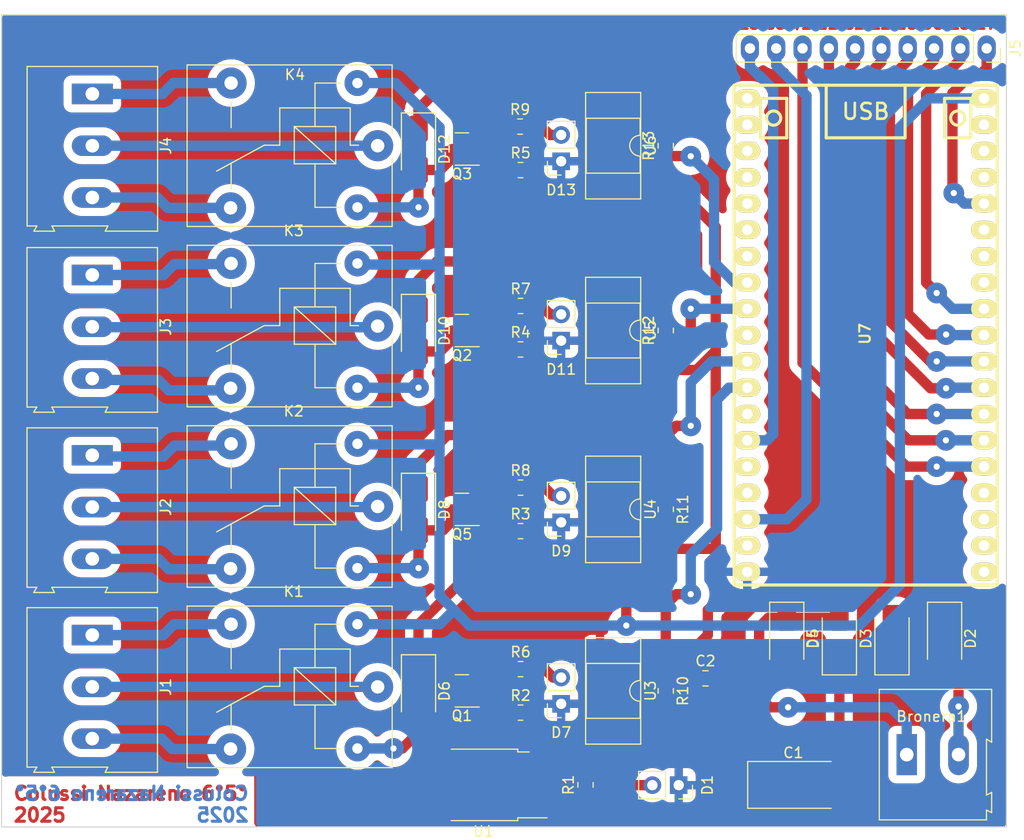
<source format=kicad_pcb>
(kicad_pcb (version 20221018) (generator pcbnew)
  (layers (0 "F.Cu" signal) (31 "B.Cu" signal) (34 "B.Paste" user) (35 "F.Paste" user) (36 "B.SilkS" user "B.Silkscreen") (37 "F.SilkS" user "F.Silkscreen") (38 "B.Mask" user) (39 "F.Mask" user) (44 "Edge.Cuts" user))
  (net 0 "")
  (net 1 "Net-(D1-A)")
  (net 2 "+5V")
  (net 3 "Net-(Q5-B)")
  (net 4 "Net-(Q5-E)")
  (net 5 "GPIO32")
  (net 6 "GPIO33")
  (net 7 "Net-(D3-K)")
  (net 8 "Net-(Bronera1-Pin_1)")
  (net 9 "Net-(Bronera1-Pin_2)")
  (net 10 "Net-(D6-A)")
  (net 11 "Net-(D7-A)")
  (net 12 "Net-(D8-A)")
  (net 13 "Net-(D9-A)")
  (net 14 "Net-(D10-A)")
  (net 15 "Net-(D11-A)")
  (net 16 "Net-(D12-A)")
  (net 17 "Net-(D13-A)")
  (net 18 "NO1")
  (net 19 "COM1")
  (net 20 "NC1")
  (net 21 "NO2")
  (net 22 "COM2")
  (net 23 "NC2")
  (net 24 "NO3")
  (net 25 "COM3")
  (net 26 "NC3")
  (net 27 "NO4")
  (net 28 "COM4")
  (net 29 "NC4")
  (net 30 "Net-(R2-Pad2)")
  (net 31 "Net-(R3-Pad2)")
  (net 32 "Net-(R4-Pad2)")
  (net 33 "Net-(R5-Pad2)")
  (net 34 "Net-(R10-Pad2)")
  (net 35 "Net-(R11-Pad2)")
  (net 36 "Net-(R12-Pad2)")
  (net 37 "Net-(R13-Pad2)")
  (net 38 "GND")
  (net 39 "Net-(Q1-B)")
  (net 40 "Net-(Q1-E)")
  (net 41 "Net-(Q2-B)")
  (net 42 "Net-(Q2-E)")
  (net 43 "Net-(Q3-B)")
  (net 44 "Net-(Q3-E)")
  (net 45 "GPIO19")
  (net 46 "GPIO18")
  (net 51 "GPIO13")
  (net 52 "GPIO27")
  (net 53 "GPIO26")
  (net 54 "GPIO25")
  (net 55 "GPIO35")
  (net 59 "GPIO34")
  (net 73 "GPIO21")
  (net 74 "GPIO22")
  (net 75 "GPIO23")
  (net 76 "GPIO5")
  (net 77 "GPIO17")
  (net 78 "GPIO16")
  (footprint "Diode_SMD:D_SMA" (layer "F.Cu") (at 118.872 81.883 -90)
    (fp_text reference "D2")
    (fp_text value "D")
  )
  (footprint "Package_DIP:DIP-4_W7.62mm_SMDSocket_SmallPads" (layer "F.Cu") (at 86.868 69.408 -90)
    (fp_text reference "U4")
    (fp_text value "PC817")
  )
  (footprint "Resistor_SMD:R_0805_2012Metric_Pad1.20x1.40mm_HandSolder" (layer "F.Cu") (at 91.948 69.408 -90)
    (fp_text reference "R11")
    (fp_text value "330")
  )
  (footprint "Resistor_SMD:R_0805_2012Metric_Pad1.20x1.40mm_HandSolder" (layer "F.Cu") (at 77.928166 67.308)
    (fp_text reference "R8")
    (fp_text value "330")
  )
  (footprint "Package_TO_SOT_SMD:SOT-23" (layer "F.Cu") (at 72.263 52.136 180)
    (fp_text reference "Q2")
    (fp_text value "BC817")
  )
  (footprint "Package_TO_SOT_SMD:TO-252-2" (layer "F.Cu") (at 74.344 96.012 180)
    (fp_text reference "U1")
    (fp_text value "LM78M05_TO220")
  )
  (footprint "Diode_SMD:D_SMA" (layer "F.Cu") (at 68.072 86.9565 -90)
    (fp_text reference "D6")
    (fp_text value "D")
  )
  (footprint "Capacitor_Tantalum_SMD:CP_EIA-7343-15_Kemet-W" (layer "F.Cu") (at 104.267 96.012)
    (fp_text reference "C1")
    (fp_text value "C_Polarized_US")
  )
  (footprint "TerminalBlock:TerminalBlock_Altech_AK300-3_P5.00mm" (layer "F.Cu") (at 36.566 81.546 -90)
    (fp_text reference "J1")
    (fp_text value "SalidaRele1")
  )
  (footprint "Relay_THT:Relay_SPDT_SANYOU_SRD_Series_Form_C" (layer "F.Cu") (at 64.126 34.29 180)
    (fp_text reference "K4")
    (fp_text value "RELAY_C")
  )
  (footprint "Resistor_SMD:R_0805_2012Metric_Pad1.20x1.40mm_HandSolder" (layer "F.Cu") (at 77.928166 36.644)
    (fp_text reference "R5")
    (fp_text value "1k")
  )
  (footprint "Relay_THT:Relay_SPDT_SANYOU_SRD_Series_Form_C" (layer "F.Cu") (at 64.126 51.708666 180)
    (fp_text reference "K3")
    (fp_text value "RELAY_C")
  )
  (footprint "Connector_PinSocket_2.54mm:PinSocket_1x02_P2.54mm_Vertical" (layer "F.Cu") (at 81.848166 35.794 180)
    (fp_text reference "D13")
    (fp_text value "LED")
  )
  (footprint "Package_DIP:DIP-4_W7.62mm_SMDSocket_SmallPads" (layer "F.Cu") (at 86.868 52.136 -90)
    (fp_text reference "U5")
    (fp_text value "PC817")
  )
  (footprint "Connector_PinSocket_2.54mm:PinSocket_1x02_P2.54mm_Vertical" (layer "F.Cu") (at 81.848166 70.658 180)
    (fp_text reference "D9")
    (fp_text value "LED")
  )
  (footprint "Package_TO_SOT_SMD:SOT-23" (layer "F.Cu") (at 72.263 69.408 180)
    (fp_text reference "Q5")
    (fp_text value "BC817")
  )
  (footprint "Connector_PinSocket_2.54mm:PinSocket_1x10_P2.54mm_Vertical" (layer "F.Cu") (at 122.936 24.892 -90)
    (fp_text reference "J5")
    (fp_text value "Conn_01x10")
  )
  (footprint "TerminalBlock:TerminalBlock_Altech_AK300-3_P5.00mm" (layer "F.Cu") (at 36.576 29.29 -90)
    (fp_text reference "J4")
    (fp_text value "SalidaRele4")
  )
  (footprint "Resistor_SMD:R_0805_2012Metric_Pad1.20x1.40mm_HandSolder" (layer "F.Cu") (at 77.928166 71.508)
    (fp_text reference "R3")
    (fp_text value "1k")
  )
  (footprint "Resistor_SMD:R_0805_2012Metric_Pad1.20x1.40mm_HandSolder" (layer "F.Cu") (at 77.928166 89.034)
    (fp_text reference "R2")
    (fp_text value "1k")
  )
  (footprint "Connector_PinSocket_2.54mm:PinSocket_1x02_P2.54mm_Vertical" (layer "F.Cu") (at 81.848166 53.116 180)
    (fp_text reference "D11")
    (fp_text value "LED")
  )
  (footprint "Connector_PinSocket_2.54mm:PinSocket_1x02_P2.54mm_Vertical" (layer "F.Cu") (at 81.848166 88.184 180)
    (fp_text reference "D7")
    (fp_text value "LED")
  )
  (footprint "Diode_SMD:D_SMA" (layer "F.Cu") (at 113.792 81.883 90)
    (fp_text reference "D3")
    (fp_text value "D")
  )
  (footprint "Diode_SMD:D_SMA" (layer "F.Cu") (at 103.632 81.883 -90)
    (fp_text reference "D5")
    (fp_text value "D")
  )
  (footprint "Resistor_SMD:R_0805_2012Metric_Pad1.20x1.40mm_HandSolder" (layer "F.Cu") (at 84.201 96.012 90)
    (fp_text reference "R1")
    (fp_text value "220")
  )
  (footprint "Package_DIP:DIP-4_W7.62mm_SMDSocket_SmallPads" (layer "F.Cu") (at 86.868 34.29 -90)
    (fp_text reference "U6")
    (fp_text value "PC817")
  )
  (footprint "Resistor_SMD:R_0805_2012Metric_Pad1.20x1.40mm_HandSolder" (layer "F.Cu") (at 77.928166 49.766)
    (fp_text reference "R7")
    (fp_text value "330")
  )
  (footprint "EESTN5:ESP32S" (layer "F.Cu") (at 111.252 52.578 90)
    (fp_text reference "U7")
    (fp_text value "ESP32_DEVKITC" hide)
  )
  (footprint "Resistor_SMD:R_0805_2012Metric_Pad1.20x1.40mm_HandSolder" (layer "F.Cu") (at 91.948 34.29 90)
    (fp_text reference "R13")
    (fp_text value "330")
  )
  (footprint "Relay_THT:Relay_SPDT_SANYOU_SRD_Series_Form_C" (layer "F.Cu") (at 64.126 86.546 180)
    (fp_text reference "K1")
    (fp_text value "RELAY_C")
  )
  (footprint "Diode_SMD:D_SMA" (layer "F.Cu") (at 68.072 34.6325 -90)
    (fp_text reference "D12")
    (fp_text value "D")
  )
  (footprint "Diode_SMD:D_SMA" (layer "F.Cu") (at 68.072 52.1585 -90)
    (fp_text reference "D10")
    (fp_text value "D")
  )
  (footprint "TerminalBlock:TerminalBlock_Altech_AK300-3_P5.00mm" (layer "F.Cu") (at 36.566 64.184 -90)
    (fp_text reference "J2")
    (fp_text value "SalidaRele2")
  )
  (footprint "TerminalBlock:TerminalBlock_Altech_AK300-3_P5.00mm" (layer "F.Cu") (at 36.566 46.775 -90)
    (fp_text reference "J3")
    (fp_text value "SalidaRele3")
  )
  (footprint "Package_DIP:DIP-4_W7.62mm_SMDSocket_SmallPads" (layer "F.Cu") (at 86.868 86.934 -90)
    (fp_text reference "U3")
    (fp_text value "PC817")
  )
  (footprint "Resistor_SMD:R_0805_2012Metric_Pad1.20x1.40mm_HandSolder" (layer "F.Cu") (at 91.948 86.934 -90)
    (fp_text reference "R10")
    (fp_text value "330")
  )
  (footprint "TerminalBlock:TerminalBlock_Altech_AK300-2_P5.00mm" (layer "F.Cu") (at 115.218 93.091)
    (fp_text reference "Bronera1")
    (fp_text value "9v")
  )
  (footprint "Relay_THT:Relay_SPDT_SANYOU_SRD_Series_Form_C" (layer "F.Cu") (at 64.126 69.127332 180)
    (fp_text reference "K2")
    (fp_text value "RELAY_C")
  )
  (footprint "Resistor_SMD:R_0805_2012Metric_Pad1.20x1.40mm_HandSolder" (layer "F.Cu") (at 77.928166 84.834)
    (fp_text reference "R6")
    (fp_text value "330")
  )
  (footprint "Resistor_SMD:R_0805_2012Metric_Pad1.20x1.40mm_HandSolder" (layer "F.Cu") (at 77.928166 53.966)
    (fp_text reference "R4")
    (fp_text value "1k")
  )
  (footprint "Diode_SMD:D_SMA" (layer "F.Cu") (at 68.072 69.4305 -90)
    (fp_text reference "D8")
    (fp_text value "D")
  )
  (footprint "Package_TO_SOT_SMD:SOT-23" (layer "F.Cu") (at 72.263 34.61 180)
    (fp_text reference "Q3")
    (fp_text value "BC817")
  )
  (footprint "Diode_SMD:D_SMA" (layer "F.Cu") (at 108.712 81.883 90)
    (fp_text reference "D4")
    (fp_text value "D")
  )
  (footprint "Connector_PinSocket_2.54mm:PinSocket_1x02_P2.54mm_Vertical" (layer "F.Cu") (at 93.198 96.037 -90)
    (fp_text reference "D1")
    (fp_text value "LED")
  )
  (footprint "Package_TO_SOT_SMD:SOT-23" (layer "F.Cu") (at 72.263 86.934 180)
    (fp_text reference "Q1")
    (fp_text value "BC817")
  )
  (footprint "Resistor_SMD:R_0805_2012Metric_Pad1.20x1.40mm_HandSolder" (layer "F.Cu") (at 77.878333 32.444)
    (fp_text reference "R9")
    (fp_text value "330")
  )
  (footprint "Resistor_SMD:R_0805_2012Metric_Pad1.20x1.40mm_HandSolder" (layer "F.Cu") (at 91.948 52.136 90)
    (fp_text reference "R12")
    (fp_text value "330")
  )
  (footprint "Capacitor_SMD:C_0805_2012Metric_Pad1.18x1.45mm_HandSolder" (layer "F.Cu") (at 95.7795 85.725)
    (fp_text reference "C2")
    (fp_text value "C")
  )
  (gr_rect (start 27.813 21.654) (end 124.841 100.076) (stroke (width 0.1)) (fill none) (layer "Edge.Cuts"))
  (gr_text "23" (at 101.092 21.844 180) (layer "F.Cu") (effects (font (size 1 1) (thickness 0.25) bold) (justify left bottom)))
  (gr_text "NC" (at 28.067 54.939286 -90) (layer "F.Cu") (effects (font (size 1.5 1.5) (thickness 0.3) bold) (justify left bottom)))
  (gr_text "NO" (at 28.067 27.418571 -90) (layer "F.Cu") (effects (font (size 1.5 1.5) (thickness 0.3) bold) (justify left bottom)))
  (gr_text "25" (at 116.332 21.844 180) (layer "F.Cu") (effects (font (size 1 1) (thickness 0.25) bold) (justify left bottom)))
  (gr_text "Colussi Nazareno 6°5°\n2025" (at 28.829 99.695) (layer "F.Cu") (effects (font (size 1.3 1.3) (thickness 0.3) bold) (justify left bottom)))
  (gr_text "33" (at 113.792 21.844 180) (layer "F.Cu") (effects (font (size 1 1) (thickness 0.25) bold) (justify left bottom)))
  (gr_text "COM" (at 28.067 66.491143 -90) (layer "F.Cu") (effects (font (size 1.5 1.5) (thickness 0.3) bold) (justify left bottom)))
  (gr_text "NC" (at 28.067 37.454286 -90) (layer "F.Cu") (effects (font (size 1.5 1.5) (thickness 0.3) bold) (justify left bottom)))
  (gr_text "26" (at 118.872 21.844 180) (layer "F.Cu") (effects (font (size 1 1) (thickness 0.25) bold) (justify left bottom)))
  (gr_text "NC" (at 28.067 72.348286 -90) (layer "F.Cu") (effects (font (size 1.5 1.5) (thickness 0.3) bold) (justify left bottom)))
  (gr_text "13" (at 123.952 21.844 180) (layer "F.Cu") (effects (font (size 1 1) (thickness 0.25) bold) (justify left bottom)))
  (gr_text "35" (at 108.712 21.844 180) (layer "F.Cu") (effects (font (size 1 1) (thickness 0.25) bold) (justify left bottom)))
  (gr_text "32" (at 111.252 21.844 180) (layer "F.Cu") (effects (font (size 1 1) (thickness 0.25) bold) (justify left bottom)))
  (gr_text "COM" (at 28.067 49.082143 -90) (layer "F.Cu") (effects (font (size 1.5 1.5) (thickness 0.3) bold) (justify left bottom)))
  (gr_text "NO" (at 28.067 79.674571 -90) (layer "F.Cu") (effects (font (size 1.5 1.5) (thickness 0.3) bold) (justify left bottom)))
  (gr_text "NC" (at 28.067 89.710286 -90) (layer "F.Cu") (effects (font (size 1.5 1.5) (thickness 0.3) bold) (justify left bottom)))
  (gr_text "NO" (at 28.067 44.903571 -90) (layer "F.Cu") (effects (font (size 1.5 1.5) (thickness 0.3) bold) (justify left bottom)))
  (gr_text "NO" (at 28.067 62.312571 -90) (layer "F.Cu") (effects (font (size 1.5 1.5) (thickness 0.3) bold) (justify left bottom)))
  (gr_text "22" (at 103.632 21.844 180) (layer "F.Cu") (effects (font (size 1 1) (thickness 0.25) bold) (justify left bottom)))
  (gr_text "27" (at 121.412 21.844 180) (layer "F.Cu") (effects (font (size 1 1) (thickness 0.25) bold) (justify left bottom)))
  (gr_text "COM" (at 28.067 83.853143 -90) (layer "F.Cu") (effects (font (size 1.5 1.5) (thickness 0.3) bold) (justify left bottom)))
  (gr_text "COM" (at 28.067 31.597143 -90) (layer "F.Cu") (effects (font (size 1.5 1.5) (thickness 0.3) bold) (justify left bottom)))
  (gr_text "34" (at 106.172 21.844 180) (layer "F.Cu") (effects (font (size 1 1) (thickness 0.25) bold) (justify left bottom)))
  (gr_text "Colussi Nazareno 6°5°\n2025" (at 51.816 99.695) (layer "B.Cu") (effects (font (size 1.3 1.3) (thickness 0.3) bold) (justify left bottom mirror)))
  (segment (start 87.265 97.012) (end 84.201 97.012) (width 1) (layer "F.Cu") (net 1))
  (segment (start 90.658 96.037) (end 88.24 96.037) (width 1) (layer "F.Cu") (net 1))
  (segment (start 88.24 96.037) (end 87.265 97.012) (width 1) (layer "F.Cu") (net 1))
  (segment (start 86.378 32.53) (end 84.280232 32.53) (width 1) (layer "F.Cu") (net 2))
  (segment (start 81.032 93.732) (end 79.384 93.732) (width 1) (layer "F.Cu") (net 2))
  (segment (start 96.774 42.164) (end 92.71 38.1) (width 1) (layer "F.Cu") (net 2))
  (segment (start 68.072 65.024) (end 70.866 62.23) (width 1) (layer "F.Cu") (net 2))
  (segment (start 81.087232 29.337) (end 76.962 29.337) (width 1) (layer "F.Cu") (net 2))
  (segment (start 94.742 82.804) (end 96.012 81.534) (width 1) (layer "F.Cu") (net 2))
  (segment (start 70.866 62.23) (end 86.106 62.23) (width 1) (layer "F.Cu") (net 2))
  (segment (start 68.072 30.734) (end 69.469 29.337) (width 1) (layer "F.Cu") (net 2))
  (segment (start 86.106 62.23) (end 88.138 60.198) (width 1) (layer "F.Cu") (net 2))
  (segment (start 68.072 32.6325) (end 68.072 30.734) (width 1) (layer "F.Cu") (net 2))
  (segment (start 94.742 88.061322) (end 94.742 82.804) (width 1) (layer "F.Cu") (net 2))
  (segment (start 68.072 50.1585) (end 68.072 47.244) (width 1) (layer "F.Cu") (net 2))
  (segment (start 70.993 77.597) (end 71.882 76.708) (width 1) (layer "F.Cu") (net 2))
  (segment (start 78.878333 44.069) (end 78.878333 41.93) (width 1) (layer "F.Cu") (net 2))
  (segment (start 96.012 81.534) (end 96.012 79.127981) (width 1) (layer "F.Cu") (net 2))
  (segment (start 88.138 80.624) (end 88.138 76.708) (width 1) (layer "F.Cu") (net 2))
  (segment (start 96.774 78.365981) (end 96.774 73.462) (width 1) (layer "F.Cu") (net 2))
  (segment (start 78.878333 41.93) (end 86.467 41.93) (width 1) (layer "F.Cu") (net 2))
  (segment (start 88.138 38.1) (end 88.138 34.29) (width 1) (layer "F.Cu") (net 2))
  (segment (start 71.882 76.708) (end 88.138 76.708) (width 1) (layer "F.Cu") (net 2))
  (segment (start 92.71 38.1) (end 88.138 38.1) (width 1) (layer "F.Cu") (net 2))
  (segment (start 88.138 76.708) (end 88.138 73.218) (width 1) (layer "F.Cu") (net 2))
  (segment (start 96.774 73.406) (end 96.774 54.102) (width 1) (layer "F.Cu") (net 2))
  (segment (start 76.878333 29.253333) (end 76.962 29.337) (width 1) (layer "F.Cu") (net 2))
  (segment (start 69.85 45.466) (end 77.481333 45.466) (width 1) (layer "F.Cu") (net 2))
  (segment (start 88.138 55.946) (end 94.93 55.946) (width 1) (layer "F.Cu") (net 2))
  (segment (start 96.012 79.127981) (end 96.774 78.365981) (width 1) (layer "F.Cu") (net 2))
  (segment (start 88.138 34.29) (end 86.378 32.53) (width 1) (layer "F.Cu") (net 2))
  (segment (start 88.138 90.744) (end 92.059322 90.744) (width 1) (layer "F.Cu") (net 2))
  (segment (start 96.53 73.218) (end 88.138 73.218) (width 1) (layer "F.Cu") (net 2))
  (segment (start 68.072 47.244) (end 69.85 45.466) (width 1) (layer "F.Cu") (net 2))
  (segment (start 82.312 95.012) (end 81.032 93.732) (width 1) (layer "F.Cu") (net 2))
  (segment (start 86.790126 95.012) (end 88.138 93.664126) (width 1) (layer "F.Cu") (net 2))
  (segment (start 84.201 95.012) (end 86.790126 95.012) (width 1) (layer "F.Cu") (net 2))
  (segment (start 84.201 95.012) (end 82.312 95.012) (width 1) (layer "F.Cu") (net 2))
  (segment (start 68.072 67.4305) (end 68.072 65.024) (width 1) (layer "F.Cu") (net 2))
  (segment (start 88.138 93.664126) (end 88.138 90.744) (width 1) (layer "F.Cu") (net 2))
  (segment (start 88.138 40.259) (end 88.138 38.1) (width 1) (layer "F.Cu") (net 2))
  (segment (start 76.962 29.337) (end 69.469 29.337) (width 1) (layer "F.Cu") (net 2))
  (segment (start 86.467 41.93) (end 88.138 40.259) (width 1) (layer "F.Cu") (net 2))
  (segment (start 92.059322 90.744) (end 94.742 88.061322) (width 1) (layer "F.Cu") (net 2))
  (segment (start 88.138 60.198) (end 88.138 55.946) (width 1) (layer "F.Cu") (net 2))
  (segment (start 96.774 54.102) (end 96.774 42.164) (width 1) (layer "F.Cu") (net 2))
  (segment (start 68.072 80.518) (end 70.993 77.597) (width 1) (layer "F.Cu") (net 2))
  (segment (start 68.072 84.9565) (end 68.072 80.518) (width 1) (layer "F.Cu") (net 2))
  (segment (start 94.93 55.946) (end 96.774 54.102) (width 1) (layer "F.Cu") (net 2))
  (segment (start 77.481333 45.466) (end 78.878333 44.069) (width 1) (layer "F.Cu") (net 2))
  (segment (start 84.280232 32.53) (end 81.087232 29.337) (width 1) (layer "F.Cu") (net 2))
  (via (at 88.138 80.624) (size 2) (drill 0.6) (layers "F.Cu" "B.Cu") (net 2))
  (segment (start 70.104 62.992) (end 70.104 77.724) (width 1) (layer "B.Cu") (net 2))
  (segment (start 88.138 80.624) (end 110.638 80.624) (width 1) (layer "B.Cu") (net 2))
  (segment (start 117.348 29.718) (end 122.682 29.718) (width 1) (layer "B.Cu") (net 2))
  (segment (start 71.501 79.121) (end 73.004 80.624) (width 1) (layer "B.Cu") (net 2))
  (segment (start 73.004 80.624) (end 88.138 80.624) (width 1) (layer "B.Cu") (net 2))
  (segment (start 69.962 63.134) (end 70.104 62.992) (width 1) (layer "B.Cu") (net 2))
  (segment (start 114.554 76.708) (end 114.554 32.512) (width 1) (layer "B.Cu") (net 2))
  (segment (start 65.832 28.24) (end 70.104 32.512) (width 1) (layer "B.Cu") (net 2))
  (segment (start 70.104 77.724) (end 71.501 79.121) (width 1) (layer "B.Cu") (net 2))
  (segment (start 110.638 80.624) (end 114.554 76.708) (width 1) (layer "B.Cu") (net 2))
  (segment (start 62.176 80.496) (end 70.126 80.496) (width 1) (layer "B.Cu") (net 2))
  (segment (start 62.176 63.134) (end 69.962 63.134) (width 1) (layer "B.Cu") (net 2))
  (segment (start 62.176 45.766) (end 70.058 45.766) (width 1) (layer "B.Cu") (net 2))
  (segment (start 114.554 32.512) (end 117.348 29.718) (width 1) (layer "B.Cu") (net 2))
  (segment (start 70.104 45.72) (end 70.104 62.992) (width 1) (layer "B.Cu") (net 2))
  (segment (start 70.104 32.512) (end 70.104 45.72) (width 1) (layer "B.Cu") (net 2))
  (segment (start 62.176 28.24) (end 65.832 28.24) (width 1) (layer "B.Cu") (net 2))
  (segment (start 70.058 45.766) (end 70.104 45.72) (width 1) (layer "B.Cu") (net 2))
  (segment (start 70.126 80.496) (end 71.501 79.121) (width 1) (layer "B.Cu") (net 2))
  (segment (start 73.667 71.508) (end 76.928166 71.508) (width 1) (layer "F.Cu") (net 3))
  (segment (start 73.2005 70.358) (end 73.2005 71.0415) (width 1) (layer "F.Cu") (net 3))
  (segment (start 73.2005 71.0415) (end 73.667 71.508) (width 1) (layer "F.Cu") (net 3))
  (segment (start 73.2005 68.458) (end 73.2005 67.6425) (width 1) (layer "F.Cu") (net 4))
  (segment (start 73.2005 67.6425) (end 73.66 67.183) (width 1) (layer "F.Cu") (net 4))
  (segment (start 76.803166 67.183) (end 76.928166 67.308) (width 1) (layer "F.Cu") (net 4))
  (segment (start 73.66 67.183) (end 76.803166 67.183) (width 1) (layer "F.Cu") (net 4))
  (segment (start 115.316 60.198) (end 109.728 54.61) (width 1) (layer "F.Cu") (net 5))
  (segment (start 109.728 26.74163) (end 110.236 26.23363) (width 1) (layer "F.Cu") (net 5))
  (segment (start 110.236 26.23363) (end 110.236 24.892) (width 1) (layer "F.Cu") (net 5))
  (segment (start 118.11 60.198) (end 115.316 60.198) (width 1) (layer "F.Cu") (net 5))
  (segment (start 109.728 54.61) (end 109.728 26.74163) (width 1) (layer "F.Cu") (net 5))
  (via (at 118.11 60.198) (size 2) (drill 0.6) (layers "F.Cu" "B.Cu") (net 5))
  (segment (start 122.682 60.198) (end 118.11 60.198) (width 1) (layer "B.Cu") (net 5))
  (segment (start 111.844 52.033981) (end 111.844 27.100504) (width 1) (layer "F.Cu") (net 6))
  (segment (start 112.776 26.168504) (end 112.776 24.892) (width 1) (layer "F.Cu") (net 6))
  (segment (start 119.018299 57.713141) (end 117.52316 57.713141) (width 1) (layer "F.Cu") (net 6))
  (segment (start 111.844 27.100504) (end 112.776 26.168504) (width 1) (layer "F.Cu") (net 6))
  (segment (start 117.52316 57.713141) (end 111.844 52.033981) (width 1) (layer "F.Cu") (net 6))
  (via (at 119.018299 57.713141) (size 2) (drill 0.6) (layers "F.Cu" "B.Cu") (net 6))
  (segment (start 122.682 57.658) (end 119.07344 57.658) (width 1) (layer "B.Cu") (net 6))
  (segment (start 101.1545 97.4735) (end 101.1545 96.012) (width 1) (layer "F.Cu") (net 7))
  (segment (start 108.712 83.883) (end 108.712 91.313) (width 1) (layer "F.Cu") (net 7))
  (segment (start 81.401 98.292) (end 82.296 99.187) (width 1) (layer "F.Cu") (net 7))
  (segment (start 99.441 99.187) (end 101.1545 97.4735) (width 1) (layer "F.Cu") (net 7))
  (segment (start 101.1545 93.5365) (end 101.1545 96.012) (width 1) (layer "F.Cu") (net 7))
  (segment (start 82.296 99.187) (end 99.441 99.187) (width 1) (layer "F.Cu") (net 7))
  (segment (start 107.315 92.71) (end 101.981 92.71) (width 1) (layer "F.Cu") (net 7))
  (segment (start 79.384 98.292) (end 81.401 98.292) (width 1) (layer "F.Cu") (net 7))
  (segment (start 108.712 91.313) (end 107.315 92.71) (width 1) (layer "F.Cu") (net 7))
  (segment (start 113.792 83.883) (end 108.712 83.883) (width 1) (layer "F.Cu") (net 7))
  (segment (start 101.981 92.71) (end 101.1545 93.5365) (width 1) (layer "F.Cu") (net 7))
  (segment (start 101.854 79.883) (end 103.632 79.883) (width 1) (layer "F.Cu") (net 8))
  (segment (start 101.981 88.519) (end 100.965 87.503) (width 1) (layer "F.Cu") (net 8))
  (segment (start 100.965 80.772) (end 101.854 79.883) (width 1) (layer "F.Cu") (net 8))
  (segment (start 100.965 87.503) (end 100.965 80.772) (width 1) (layer "F.Cu") (net 8))
  (segment (start 103.632 79.883) (end 108.712 79.883) (width 1) (layer "F.Cu") (net 8))
  (segment (start 103.759 88.519) (end 101.981 88.519) (width 1) (layer "F.Cu") (net 8))
  (via (at 103.759 88.519) (size 2) (drill 0.6) (layers "F.Cu" "B.Cu") (net 8))
  (segment (start 113.665 88.519) (end 103.759 88.519) (width 1) (layer "B.Cu") (net 8))
  (segment (start 115.218 93.091) (end 115.218 90.072) (width 1) (layer "B.Cu") (net 8))
  (segment (start 115.218 90.072) (end 113.665 88.519) (width 1) (layer "B.Cu") (net 8))
  (segment (start 113.792 79.883) (end 118.872 79.883) (width 1) (layer "F.Cu") (net 9))
  (segment (start 121.022 82.033) (end 118.872 79.883) (width 1) (layer "F.Cu") (net 9))
  (segment (start 120.218 86.411) (end 121.022 85.607) (width 1) (layer "F.Cu") (net 9))
  (segment (start 121.022 85.607) (end 121.022 82.033) (width 1) (layer "F.Cu") (net 9))
  (segment (start 120.218 88.443) (end 120.218 86.411) (width 1) (layer "F.Cu") (net 9))
  (via (at 120.218 88.443) (size 2) (drill 0.6) (layers "F.Cu" "B.Cu") (net 9))
  (segment (start 120.218 88.443) (end 120.218 93.091) (width 1) (layer "B.Cu") (net 9))
  (segment (start 71.0635 88.9565) (end 68.072 88.9565) (width 1) (layer "F.Cu") (net 10))
  (segment (start 66.508 92.496) (end 65.659 92.496) (width 1) (layer "F.Cu") (net 10))
  (segment (start 71.900083 87.0465) (end 71.900083 88.119917) (width 1) (layer "F.Cu") (net 10))
  (segment (start 71.900083 88.119917) (end 71.0635 88.9565) (width 1) (layer "F.Cu") (net 10))
  (segment (start 72.012583 86.934) (end 71.900083 87.0465) (width 1) (layer "F.Cu") (net 10))
  (segment (start 68.072 88.9565) (end 68.072 90.932) (width 1) (layer "F.Cu") (net 10))
  (segment (start 68.072 90.932) (end 66.508 92.496) (width 1) (layer "F.Cu") (net 10))
  (via (at 65.659 92.496) (size 2) (drill 0.6) (layers "F.Cu" "B.Cu") (net 10))
  (segment (start 62.176 92.496) (end 65.659 92.496) (width 1) (layer "B.Cu") (net 10))
  (segment (start 80.262 84.834) (end 78.928166 84.834) (width 1) (layer "F.Cu") (net 11))
  (segment (start 81.848166 85.644) (end 81.072 85.644) (width 1) (layer "F.Cu") (net 11))
  (segment (start 81.072 85.644) (end 80.262 84.834) (width 1) (layer "F.Cu") (net 11))
  (segment (start 71.213 69.5205) (end 71.213 70.646) (width 1) (layer "F.Cu") (net 12))
  (segment (start 71.213 70.646) (end 70.4285 71.4305) (width 1) (layer "F.Cu") (net 12))
  (segment (start 70.4285 71.4305) (end 68.072 71.4305) (width 1) (layer "F.Cu") (net 12))
  (segment (start 71.3255 69.408) (end 71.213 69.5205) (width 1) (layer "F.Cu") (net 12))
  (segment (start 68.072 71.4305) (end 68.072 75.077332) (width 1) (layer "F.Cu") (net 12))
  (via (at 68.072 75.077332) (size 2) (drill 0.6) (layers "F.Cu" "B.Cu") (net 12))
  (segment (start 62.176 75.077332) (end 68.072 75.077332) (width 1) (layer "B.Cu") (net 12))
  (segment (start 81.848166 68.118) (end 81.072 68.118) (width 1) (layer "F.Cu") (net 13))
  (segment (start 81.072 68.118) (end 80.262 67.308) (width 1) (layer "F.Cu") (net 13))
  (segment (start 80.262 67.308) (end 78.928166 67.308) (width 1) (layer "F.Cu") (net 13))
  (segment (start 70.1745 54.1585) (end 68.072 54.1585) (width 1) (layer "F.Cu") (net 14))
  (segment (start 71.213 52.2485) (end 71.213 53.12) (width 1) (layer "F.Cu") (net 14))
  (segment (start 71.213 53.12) (end 70.1745 54.1585) (width 1) (layer "F.Cu") (net 14))
  (segment (start 71.3255 52.136) (end 71.213 52.2485) (width 1) (layer "F.Cu") (net 14))
  (segment (start 68.072 57.658666) (end 68.072 54.1585) (width 1) (layer "F.Cu") (net 14))
  (via (at 68.072 57.658666) (size 2) (drill 0.6) (layers "F.Cu" "B.Cu") (net 14))
  (segment (start 62.176 57.658666) (end 68.072 57.658666) (width 1) (layer "B.Cu") (net 14))
  (segment (start 81.848166 50.576) (end 80.772 50.576) (width 1) (layer "F.Cu") (net 15))
  (segment (start 79.962 49.766) (end 78.928166 49.766) (width 1) (layer "F.Cu") (net 15))
  (segment (start 80.772 50.576) (end 79.962 49.766) (width 1) (layer "F.Cu") (net 15))
  (segment (start 70.1745 36.6325) (end 68.072 36.6325) (width 1) (layer "F.Cu") (net 16))
  (segment (start 71.3255 34.61) (end 71.213 34.7225) (width 1) (layer "F.Cu") (net 16))
  (segment (start 68.072 40.24) (end 68.072 36.6325) (width 1) (layer "F.Cu") (net 16))
  (segment (start 71.213 35.594) (end 70.1745 36.6325) (width 1) (layer "F.Cu") (net 16))
  (segment (start 71.213 34.7225) (end 71.213 35.594) (width 1) (layer "F.Cu") (net 16))
  (via (at 68.072 40.24) (size 2) (drill 0.6) (layers "F.Cu" "B.Cu") (net 16))
  (segment (start 62.176 40.24) (end 68.072 40.24) (width 1) (layer "B.Cu") (net 16))
  (segment (start 81.848166 33.254) (end 80.752 33.254) (width 1) (layer "F.Cu") (net 17))
  (segment (start 79.942 32.444) (end 78.878333 32.444) (width 1) (layer "F.Cu") (net 17))
  (segment (start 80.752 33.254) (end 79.942 32.444) (width 1) (layer "F.Cu") (net 17))
  (segment (start 43.422 81.546) (end 44.472 80.496) (width 1) (layer "B.Cu") (net 18))
  (segment (start 36.566 81.546) (end 43.422 81.546) (width 1) (layer "B.Cu") (net 18))
  (segment (start 44.472 80.496) (end 49.976 80.496) (width 1) (layer "B.Cu") (net 18))
  (segment (start 64.126 86.546) (end 36.566 86.546) (width 1) (layer "B.Cu") (net 19))
  (segment (start 44.286 92.546) (end 49.926 92.546) (width 1) (layer "B.Cu") (net 20))
  (segment (start 36.566 91.546) (end 43.286 91.546) (width 1) (layer "B.Cu") (net 20))
  (segment (start 43.286 91.546) (end 44.286 92.546) (width 1) (layer "B.Cu") (net 20))
  (segment (start 44.492 63.246) (end 49.996 63.246) (width 1) (layer "B.Cu") (net 21))
  (segment (start 43.442 64.296) (end 44.492 63.246) (width 1) (layer "B.Cu") (net 21))
  (segment (start 36.586 64.296) (end 43.442 64.296) (width 1) (layer "B.Cu") (net 21))
  (segment (start 64.126 69.184) (end 36.566 69.184) (width 1) (layer "B.Cu") (net 22))
  (segment (start 43.95 75.184) (end 50.03 75.184) (width 1) (layer "B.Cu") (net 23))
  (segment (start 36.68 74.184) (end 42.95 74.184) (width 1) (layer "B.Cu") (net 23))
  (segment (start 42.95 74.184) (end 43.95 75.184) (width 1) (layer "B.Cu") (net 23))
  (segment (start 36.586 46.77) (end 43.442 46.77) (width 1) (layer "B.Cu") (net 24))
  (segment (start 43.442 46.77) (end 44.492 45.72) (width 1) (layer "B.Cu") (net 24))
  (segment (start 44.492 45.72) (end 49.996 45.72) (width 1) (layer "B.Cu") (net 24))
  (segment (start 64.126 51.816) (end 36.607 51.816) (width 1) (layer "B.Cu") (net 25))
  (segment (start 36.607 51.816) (end 36.566 51.775) (width 1) (layer "B.Cu") (net 25))
  (segment (start 64.085 51.775) (end 64.126 51.816) (width 1) (layer "B.Cu") (net 25))
  (segment (start 36.68 56.912) (end 42.95 56.912) (width 1) (layer "B.Cu") (net 26))
  (segment (start 43.95 57.912) (end 50.03 57.912) (width 1) (layer "B.Cu") (net 26))
  (segment (start 42.95 56.912) (end 43.95 57.912) (width 1) (layer "B.Cu") (net 26))
  (segment (start 36.576 29.29) (end 43.354 29.29) (width 1) (layer "B.Cu") (net 27))
  (segment (start 44.404 28.24) (end 49.976 28.24) (width 1) (layer "B.Cu") (net 27))
  (segment (start 43.354 29.29) (end 44.404 28.24) (width 1) (layer "B.Cu") (net 27))
  (segment (start 64.126 34.29) (end 36.576 34.29) (width 1) (layer "B.Cu") (net 28))
  (segment (start 36.576 39.29) (end 42.846 39.29) (width 1) (layer "B.Cu") (net 29))
  (segment (start 42.846 39.29) (end 43.846 40.29) (width 1) (layer "B.Cu") (net 29))
  (segment (start 43.846 40.29) (end 49.926 40.29) (width 1) (layer "B.Cu") (net 29))
  (segment (start 78.928166 90.358166) (end 79.314 90.744) (width 1) (layer "F.Cu") (net 30))
  (segment (start 79.314 90.744) (end 85.598 90.744) (width 1) (layer "F.Cu") (net 30))
  (segment (start 78.928166 89.034) (end 78.928166 90.358166) (width 1) (layer "F.Cu") (net 30))
  (segment (start 79.568 73.218) (end 85.598 73.218) (width 1) (layer "F.Cu") (net 31))
  (segment (start 78.928166 71.508) (end 78.928166 72.578166) (width 1) (layer "F.Cu") (net 31))
  (segment (start 78.928166 72.578166) (end 79.568 73.218) (width 1) (layer "F.Cu") (net 31))
  (segment (start 79.568 55.946) (end 85.598 55.946) (width 1) (layer "F.Cu") (net 32))
  (segment (start 78.928166 55.306166) (end 79.568 55.946) (width 1) (layer "F.Cu") (net 32))
  (segment (start 78.928166 53.966) (end 78.928166 55.306166) (width 1) (layer "F.Cu") (net 32))
  (segment (start 79.502 38.1) (end 78.928166 37.526166) (width 1) (layer "F.Cu") (net 33))
  (segment (start 78.928166 37.526166) (end 78.928166 36.51) (width 1) (layer "F.Cu") (net 33))
  (segment (start 85.598 38.1) (end 79.502 38.1) (width 1) (layer "F.Cu") (net 33))
  (segment (start 88.138 86.614) (end 88.138 83.124) (width 1) (layer "F.Cu") (net 34))
  (segment (start 89.458 87.934) (end 88.138 86.614) (width 1) (layer "F.Cu") (net 34))
  (segment (start 91.948 87.934) (end 89.458 87.934) (width 1) (layer "F.Cu") (net 34))
  (segment (start 88.138 68.58) (end 89.966 70.408) (width 1) (layer "F.Cu") (net 35))
  (segment (start 88.138 65.598) (end 88.138 68.58) (width 1) (layer "F.Cu") (net 35))
  (segment (start 89.966 70.408) (end 91.948 70.408) (width 1) (layer "F.Cu") (net 35))
  (segment (start 90.612 48.326) (end 88.138 48.326) (width 1) (layer "F.Cu") (net 36))
  (segment (start 91.948 51.136) (end 91.948 49.662) (width 1) (layer "F.Cu") (net 36))
  (segment (start 91.948 49.662) (end 90.612 48.326) (width 1) (layer "F.Cu") (net 36))
  (segment (start 88.138 30.48) (end 90.932 30.48) (width 1) (layer "F.Cu") (net 37))
  (segment (start 90.932 30.48) (end 91.948 31.496) (width 1) (layer "F.Cu") (net 37))
  (segment (start 91.948 31.496) (end 91.948 33.29) (width 1) (layer "F.Cu") (net 37))
  (segment (start 74.302 89.034) (end 76.928166 89.034) (width 1) (layer "F.Cu") (net 39))
  (segment (start 73.887583 87.884) (end 73.887583 88.619583) (width 1) (layer "F.Cu") (net 39))
  (segment (start 73.887583 88.619583) (end 74.302 89.034) (width 1) (layer "F.Cu") (net 39))
  (segment (start 73.887583 85.984) (end 73.887583 85.497417) (width 1) (layer "F.Cu") (net 40))
  (segment (start 73.887583 85.497417) (end 74.676 84.709) (width 1) (layer "F.Cu") (net 40))
  (segment (start 76.803166 84.709) (end 76.928166 84.834) (width 1) (layer "F.Cu") (net 40))
  (segment (start 74.676 84.709) (end 76.803166 84.709) (width 1) (layer "F.Cu") (net 40))
  (segment (start 73.2005 53.086) (end 74.0895 53.975) (width 1) (layer "F.Cu") (net 41))
  (segment (start 74.0895 53.975) (end 76.919166 53.975) (width 1) (layer "F.Cu") (net 41))
  (segment (start 76.919166 53.975) (end 76.928166 53.966) (width 1) (layer "F.Cu") (net 41))
  (segment (start 73.2005 51.186) (end 73.2005 50.2435) (width 1) (layer "F.Cu") (net 42))
  (segment (start 73.2005 50.2435) (end 73.678 49.766) (width 1) (layer "F.Cu") (net 42))
  (segment (start 73.678 49.766) (end 76.928166 49.766) (width 1) (layer "F.Cu") (net 42))
  (segment (start 73.2005 35.56) (end 74.3435 36.703) (width 1) (layer "F.Cu") (net 43))
  (segment (start 74.3435 36.703) (end 76.869166 36.703) (width 1) (layer "F.Cu") (net 43))
  (segment (start 76.869166 36.703) (end 76.928166 36.644) (width 1) (layer "F.Cu") (net 43))
  (segment (start 73.728 32.444) (end 76.878333 32.444) (width 1) (layer "F.Cu") (net 44))
  (segment (start 73.2005 32.9715) (end 73.728 32.444) (width 1) (layer "F.Cu") (net 44))
  (segment (start 73.2005 33.66) (end 73.2005 32.9715) (width 1) (layer "F.Cu") (net 44))
  (segment (start 94.361 77.597) (end 92.964 77.597) (width 1) (layer "F.Cu") (net 45))
  (segment (start 91.948 78.613) (end 91.948 85.934) (width 1) (layer "F.Cu") (net 45))
  (segment (start 92.964 77.597) (end 91.948 78.613) (width 1) (layer "F.Cu") (net 45))
  (via (at 94.361 77.597) (size 2) (drill 0.6) (layers "F.Cu" "B.Cu") (net 45))
  (segment (start 94.361 73.787) (end 96.901 71.247) (width 1) (layer "B.Cu") (net 45))
  (segment (start 96.901 71.247) (end 96.901 58.801) (width 1) (layer "B.Cu") (net 45))
  (segment (start 96.901 58.801) (end 98.044 57.658) (width 1) (layer "B.Cu") (net 45))
  (segment (start 94.361 77.597) (end 94.361 73.787) (width 1) (layer "B.Cu") (net 45))
  (segment (start 98.044 57.658) (end 99.822 57.658) (width 1) (layer "B.Cu") (net 45))
  (segment (start 91.948 62.357) (end 91.948 68.408) (width 1) (layer "F.Cu") (net 46))
  (segment (start 92.964 61.341) (end 91.948 62.357) (width 1) (layer "F.Cu") (net 46))
  (segment (start 94.361 61.341) (end 92.964 61.341) (width 1) (layer "F.Cu") (net 46))
  (via (at 94.361 61.341) (size 2) (drill 0.6) (layers "F.Cu" "B.Cu") (net 46))
  (segment (start 96.393 55.118) (end 99.822 55.118) (width 1) (layer "B.Cu") (net 46))
  (segment (start 94.361 57.15) (end 96.393 55.118) (width 1) (layer "B.Cu") (net 46))
  (segment (start 94.361 61.341) (end 94.361 57.15) (width 1) (layer "B.Cu") (net 46))
  (segment (start 119.634 38.735) (end 119.634 29.21) (width 1) (layer "F.Cu") (net 51))
  (segment (start 119.761 38.862) (end 119.634 38.735) (width 1) (layer "F.Cu") (net 51))
  (segment (start 121.285 27.559) (end 122.174 27.559) (width 1) (layer "F.Cu") (net 51))
  (segment (start 122.174 27.559) (end 122.936 26.797) (width 1) (layer "F.Cu") (net 51))
  (segment (start 119.634 29.21) (end 121.285 27.559) (width 1) (layer "F.Cu") (net 51))
  (segment (start 122.936 26.797) (end 122.936 24.892) (width 1) (layer "F.Cu") (net 51))
  (via (at 119.761 38.862) (size 2) (drill 0.6) (layers "F.Cu" "B.Cu") (net 51))
  (segment (start 119.761 38.862) (end 120.777 39.878) (width 1) (layer "B.Cu") (net 51))
  (segment (start 120.777 39.878) (end 122.682 39.878) (width 1) (layer "B.Cu") (net 51))
  (segment (start 120.396 25.973126) (end 119.191126 27.178) (width 1) (layer "F.Cu") (net 52))
  (segment (start 119.191126 27.178) (end 117.094 29.275126) (width 1) (layer "F.Cu") (net 52))
  (segment (start 117.094 47.498) (end 117.983 48.387) (width 1) (layer "F.Cu") (net 52))
  (segment (start 117.094 29.275126) (end 117.094 47.498) (width 1) (layer "F.Cu") (net 52))
  (segment (start 120.396 24.892) (end 120.396 25.973126) (width 1) (layer "F.Cu") (net 52))
  (via (at 118.11 48.514) (size 2) (drill 0.6) (layers "F.Cu" "B.Cu") (net 52))
  (segment (start 119.634 50.038) (end 118.11 48.514) (width 1) (layer "B.Cu") (net 52))
  (segment (start 122.682 50.038) (end 119.634 50.038) (width 1) (layer "B.Cu") (net 52))
  (segment (start 115.344 28.550252) (end 117.856 26.038252) (width 1) (layer "F.Cu") (net 53))
  (segment (start 117.856 26.038252) (end 117.856 24.892) (width 1) (layer "F.Cu") (net 53))
  (segment (start 117.347752 52.522859) (end 115.344 50.519107) (width 1) (layer "F.Cu") (net 53))
  (segment (start 115.344 50.519107) (end 115.344 28.550252) (width 1) (layer "F.Cu") (net 53))
  (segment (start 119.018299 52.522859) (end 117.347752 52.522859) (width 1) (layer "F.Cu") (net 53))
  (via (at 119.018299 52.522859) (size 2) (drill 0.6) (layers "F.Cu" "B.Cu") (net 53))
  (segment (start 119.07344 52.578) (end 119.018299 52.522859) (width 1) (layer "B.Cu") (net 53))
  (segment (start 122.682 52.578) (end 119.07344 52.578) (width 1) (layer "B.Cu") (net 53))
  (segment (start 113.594 51.243981) (end 113.594 27.825378) (width 1) (layer "F.Cu") (net 54))
  (segment (start 117.468019 55.118) (end 113.594 51.243981) (width 1) (layer "F.Cu") (net 54))
  (segment (start 115.316 26.103378) (end 115.316 24.892) (width 1) (layer "F.Cu") (net 54))
  (segment (start 118.11 55.118) (end 117.468019 55.118) (width 1) (layer "F.Cu") (net 54))
  (segment (start 113.594 27.825378) (end 115.316 26.103378) (width 1) (layer "F.Cu") (net 54))
  (via (at 118.11 55.118) (size 2) (drill 0.6) (layers "F.Cu" "B.Cu") (net 54))
  (segment (start 122.682 55.118) (end 118.11 55.118) (width 1) (layer "B.Cu") (net 54))
  (segment (start 107.696 55.052874) (end 115.381126 62.738) (width 1) (layer "F.Cu") (net 55))
  (segment (start 107.696 24.892) (end 107.696 55.052874) (width 1) (layer "F.Cu") (net 55))
  (segment (start 115.381126 62.738) (end 118.999 62.738) (width 1) (layer "F.Cu") (net 55))
  (via (at 118.999 62.738) (size 2) (drill 0.6) (layers "F.Cu" "B.Cu") (net 55))
  (segment (start 122.682 62.738) (end 118.999 62.738) (width 1) (layer "B.Cu") (net 55))
  (segment (start 115.189 65.278) (end 118.11 65.278) (width 1) (layer "F.Cu") (net 59))
  (segment (start 105.156 24.892) (end 105.156 55.245) (width 1) (layer "F.Cu") (net 59))
  (segment (start 105.156 55.245) (end 115.189 65.278) (width 1) (layer "F.Cu") (net 59))
  (via (at 118.11 65.278) (size 2) (drill 0.6) (layers "F.Cu" "B.Cu") (net 59))
  (segment (start 122.682 65.278) (end 118.11 65.278) (width 1) (layer "B.Cu") (net 59))
  (segment (start 100.076 24.892) (end 100.076 26.67) (width 1) (layer "B.Cu") (net 73))
  (segment (start 100.999 27.593) (end 101.076751 27.593) (width 1) (layer "B.Cu") (net 73))
  (segment (start 101.076751 27.593) (end 102.320717 28.836966) (width 1) (layer "B.Cu") (net 73))
  (segment (start 101.727 62.738) (end 99.822 62.738) (width 1) (layer "B.Cu") (net 73))
  (segment (start 100.076 26.67) (end 100.999 27.593) (width 1) (layer "B.Cu") (net 73))
  (segment (start 102.320717 62.144283) (end 101.727 62.738) (width 1) (layer "B.Cu") (net 73))
  (segment (start 102.320717 28.836966) (end 102.320717 62.144283) (width 1) (layer "B.Cu") (net 73))
  (segment (start 105.537 29.464) (end 105.537 68.453) (width 1) (layer "B.Cu") (net 74))
  (segment (start 103.632 70.358) (end 99.822 70.358) (width 1) (layer "B.Cu") (net 74))
  (segment (start 102.616 26.543) (end 105.537 29.464) (width 1) (layer "B.Cu") (net 74))
  (segment (start 105.537 68.453) (end 103.632 70.358) (width 1) (layer "B.Cu") (net 74))
  (segment (start 102.616 24.892) (end 102.616 26.543) (width 1) (layer "B.Cu") (net 74))
  (segment (start 94.361 52.451) (end 93.676 53.136) (width 1) (layer "F.Cu") (net 77))
  (segment (start 94.361 50.038) (end 94.361 52.451) (width 1) (layer "F.Cu") (net 77))
  (segment (start 93.676 53.136) (end 91.948 53.136) (width 1) (layer "F.Cu") (net 77))
  (via (at 94.361 50.038) (size 2) (drill 0.6) (layers "F.Cu" "B.Cu") (net 77))
  (segment (start 99.822 50.038) (end 94.361 50.038) (width 1) (layer "B.Cu") (net 77))
  (segment (start 91.948 35.29) (end 94.361 35.29) (width 1) (layer "F.Cu") (net 78))
  (via (at 94.361 35.306) (size 2) (drill 0.6) (layers "F.Cu" "B.Cu") (net 78))
  (segment (start 98.575852 47.498) (end 96.611 45.533148) (width 1) (layer "B.Cu") (net 78))
  (segment (start 99.822 47.498) (end 98.575852 47.498) (width 1) (layer "B.Cu") (net 78))
  (segment (start 96.611 37.556) (end 94.361 35.306) (width 1) (layer "B.Cu") (net 78))
  (segment (start 96.611 45.533148) (end 96.611 37.556) (width 1) (layer "B.Cu") (net 78))
  (zone (net 38) (net_name "GND") (layers "F&B.Cu") (connect_pads (clearance 0.8)) (min_thickness 0.8) (fill yes (thermal_gap 0.8) (thermal_bridge_width 0.8))
    (polygon (pts (xy 27.813 21.59) (xy 124.841 21.59) (xy 124.841 100.076) (xy 27.813 100.076)))
  )
)
</source>
